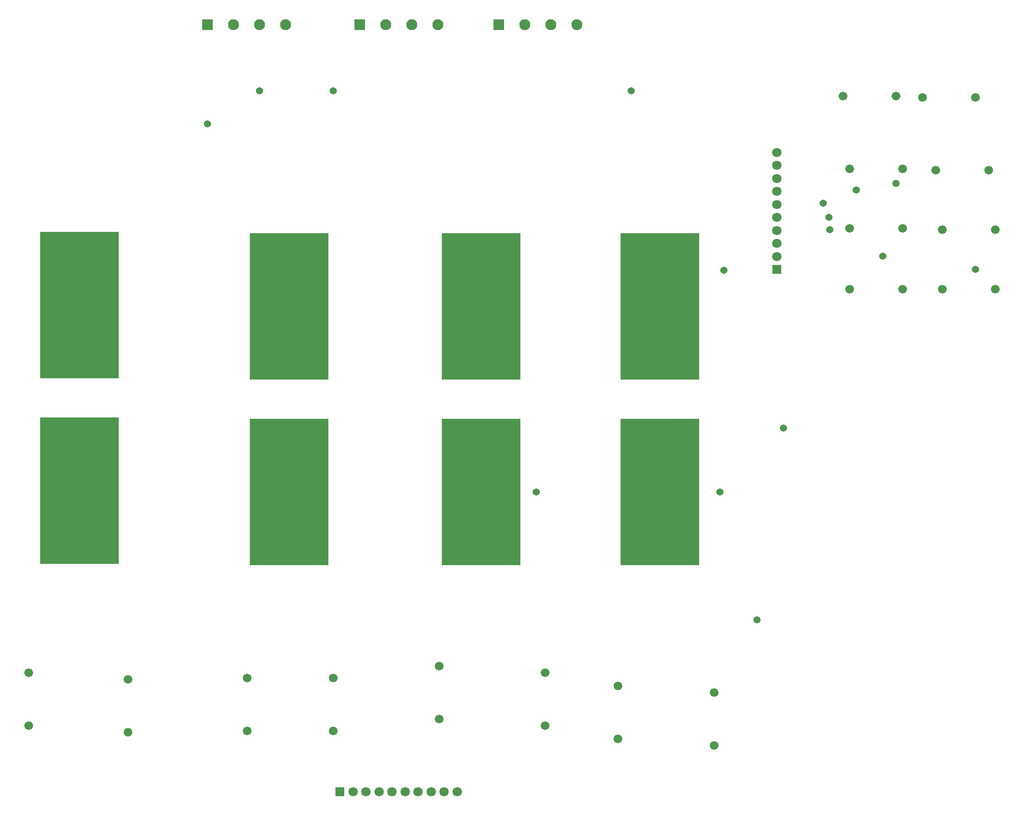
<source format=gbr>
G04 EasyPC Gerber Version 21.0.3 Build 4286 *
G04 #@! TF.Part,Single*
G04 #@! TF.FileFunction,Soldermask,Top *
G04 #@! TF.FilePolarity,Negative *
%FSLAX35Y35*%
%MOIN*%
G04 #@! TA.AperFunction,SMDPad*
%ADD119R,0.59655X1.10836*%
G04 #@! TA.AperFunction,ComponentPad*
%ADD94R,0.07096X0.07096*%
%ADD90R,0.08277X0.08277*%
G04 #@! TA.AperFunction,ViaPad*
%ADD103C,0.05400*%
G04 #@! TA.AperFunction,ComponentPad*
%ADD89C,0.06600*%
%ADD95C,0.07096*%
%ADD91C,0.08277*%
X0Y0D02*
D02*
D89*
X12750Y60250D03*
Y100250D03*
X87750Y55250D03*
Y95250D03*
X177750Y56500D03*
Y96500D03*
X242750Y56500D03*
Y96500D03*
X322750Y65250D03*
Y105250D03*
X402750Y60250D03*
Y100250D03*
X457750Y50250D03*
Y90250D03*
X530250Y45250D03*
Y85250D03*
X627750Y536500D03*
X632750Y390250D03*
Y436500D03*
Y481500D03*
X667750Y536500D03*
X672750Y390250D03*
Y436500D03*
Y481500D03*
X687750Y535250D03*
X697750Y480250D03*
X702750Y390250D03*
Y435250D03*
X727750Y535250D03*
X737750Y480250D03*
X742750Y390250D03*
Y435250D03*
D02*
D90*
X147750Y590250D03*
X262750D03*
X367750D03*
D02*
D91*
X167435D03*
X187120D03*
X206805D03*
X282435D03*
X302120D03*
X321805D03*
X387435D03*
X407120D03*
X426805D03*
D02*
D94*
X247750Y10250D03*
X577750Y405250D03*
D02*
D95*
X257593Y10250D03*
X267435D03*
X277278D03*
X287120D03*
X296963D03*
X306805D03*
X316648D03*
X326490D03*
X336333D03*
X577750Y415093D03*
Y424935D03*
Y434778D03*
Y444620D03*
Y454463D03*
Y464305D03*
Y474148D03*
Y483990D03*
Y493833D03*
D02*
D103*
X147750Y515250D03*
X187120Y540250D03*
X215624Y377376D03*
X242750Y540250D03*
X395880Y237120D03*
X467750Y540250D03*
X534620Y237120D03*
X537750Y404620D03*
X562750Y140250D03*
X582750Y285250D03*
X612750Y455250D03*
X617120Y444620D03*
X617750Y435250D03*
X637750Y465250D03*
X657750Y415250D03*
X667750Y470250D03*
X727750Y405250D03*
D02*
D119*
X51175Y238124D03*
Y378380D03*
X209325Y237120D03*
Y377376D03*
X354325Y237120D03*
Y377376D03*
X489325Y237120D03*
Y377376D03*
X0Y0D02*
M02*

</source>
